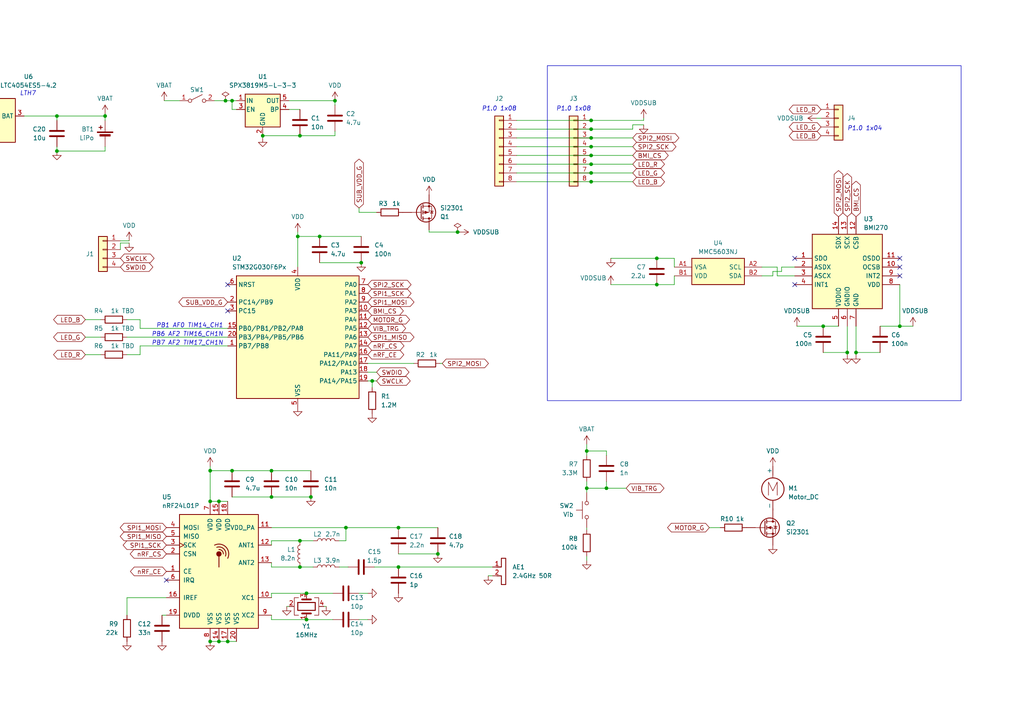
<source format=kicad_sch>
(kicad_sch (version 20230121) (generator eeschema)
  (paper "A4")
  (junction (at 238.76 94.615))
  (junction (at 132.715 67.31))
  (junction (at 97.155 29.21))
  (junction (at 78.74 144.145))
  (junction (at 107.95 110.49))
  (junction (at 171.45 50.165))
  (junction (at 63.5 145.415))
  (junction (at 171.45 47.625))
  (junction (at 88.9 172.085))
  (junction (at 86.36 68.58))
  (junction (at 86.995 164.465))
  (junction (at 190.5 82.55))
  (junction (at 115.57 164.465))
  (junction (at 30.48 33.655))
  (junction (at 60.96 136.525))
  (junction (at 171.45 42.545))
  (junction (at 248.285 102.235))
  (junction (at 171.45 52.705))
  (junction (at -48.895 12.065))
  (junction (at 104.775 76.2))
  (junction (at 63.5 186.055))
  (junction (at 92.71 68.58))
  (junction (at 90.17 144.145))
  (junction (at 86.995 156.845))
  (junction (at -29.21 -13.335))
  (junction (at 66.04 186.055))
  (junction (at 260.985 94.615))
  (junction (at 65.405 29.21))
  (junction (at 170.18 130.81))
  (junction (at 16.51 33.655))
  (junction (at 190.5 74.93))
  (junction (at 88.9 179.705))
  (junction (at -36.195 27.305))
  (junction (at 86.995 39.37))
  (junction (at 76.2 39.37))
  (junction (at 60.96 186.055))
  (junction (at 78.74 136.525))
  (junction (at 175.895 141.605))
  (junction (at 67.31 29.21))
  (junction (at 60.96 145.415))
  (junction (at 171.45 37.465))
  (junction (at 245.745 102.235))
  (junction (at 100.33 153.035))
  (junction (at 67.31 136.525))
  (junction (at 171.45 34.925))
  (junction (at 127 160.655))
  (junction (at 171.45 40.005))
  (junction (at 171.45 45.085))
  (junction (at 115.57 153.035))
  (junction (at 16.51 43.815))
  (junction (at 170.18 141.605))
  (no_connect (at 230.505 74.93))
  (no_connect (at 260.985 77.47))
  (no_connect (at -56.515 12.065))
  (no_connect (at 48.26 168.275))
  (no_connect (at 260.985 80.01))
  (no_connect (at 66.04 90.17))
  (no_connect (at 230.505 82.55))
  (no_connect (at 260.985 74.93))
  (no_connect (at 66.04 82.55))
  (wire (pts (xy 24.765 92.71) (xy 29.21 92.71)))
  (wire (pts (xy 86.36 68.58) (xy 86.36 77.47)))
  (wire (pts (xy 248.285 102.235) (xy 248.285 102.87)))
  (wire (pts (xy 46.99 178.435) (xy 48.26 178.435)))
  (wire (pts (xy 220.98 77.47) (xy 225.425 77.47)))
  (wire (pts (xy 86.995 156.845) (xy 90.805 156.845)))
  (wire (pts (xy 195.58 80.01) (xy 195.58 82.55)))
  (wire (pts (xy 175.895 132.08) (xy 175.895 130.81)))
  (wire (pts (xy 106.68 172.085) (xy 104.14 172.085)))
  (wire (pts (xy 205.74 153.035) (xy 208.915 153.035)))
  (wire (pts (xy -36.195 27.305) (xy -36.195 30.48)))
  (wire (pts (xy 171.45 37.465) (xy 183.515 37.465)))
  (wire (pts (xy 175.895 130.81) (xy 170.18 130.81)))
  (wire (pts (xy -23.495 27.305) (xy -24.765 27.305)))
  (wire (pts (xy 195.58 82.55) (xy 190.5 82.55)))
  (wire (pts (xy 115.57 160.655) (xy 127 160.655)))
  (wire (pts (xy 226.695 78.74) (xy 224.155 78.74)))
  (wire (pts (xy 30.48 43.815) (xy 16.51 43.815)))
  (wire (pts (xy -15.875 27.305) (xy -13.335 27.305)))
  (wire (pts (xy 124.46 66.675) (xy 124.46 67.31)))
  (wire (pts (xy 141.605 167.005) (xy 142.875 167.005)))
  (wire (pts (xy 67.31 136.525) (xy 78.74 136.525)))
  (wire (pts (xy 98.425 164.465) (xy 100.965 164.465)))
  (wire (pts (xy 171.45 47.625) (xy 183.515 47.625)))
  (wire (pts (xy 66.04 186.055) (xy 68.58 186.055)))
  (wire (pts (xy 226.695 77.47) (xy 226.695 78.74)))
  (wire (pts (xy 190.5 74.93) (xy 195.58 74.93)))
  (wire (pts (xy 245.745 94.615) (xy 245.745 102.235)))
  (wire (pts (xy 60.96 135.255) (xy 60.96 136.525)))
  (wire (pts (xy 177.165 74.93) (xy 190.5 74.93)))
  (wire (pts (xy 47.625 29.21) (xy 52.07 29.21)))
  (wire (pts (xy 97.155 39.37) (xy 86.995 39.37)))
  (wire (pts (xy -18.415 -0.635) (xy -18.415 2.54)))
  (wire (pts (xy 248.285 102.235) (xy 255.27 102.235)))
  (wire (pts (xy 78.74 164.465) (xy 78.74 163.195)))
  (wire (pts (xy 40.64 102.87) (xy 36.83 102.87)))
  (wire (pts (xy 104.14 60.325) (xy 104.14 61.595)))
  (wire (pts (xy 63.5 186.055) (xy 66.04 186.055)))
  (wire (pts (xy 60.96 136.525) (xy 60.96 145.415)))
  (wire (pts (xy 107.95 110.49) (xy 106.68 110.49)))
  (wire (pts (xy -33.655 -13.335) (xy -29.21 -13.335)))
  (wire (pts (xy 183.515 36.195) (xy 186.69 36.195)))
  (wire (pts (xy -29.21 -12.065) (xy -29.21 -13.335)))
  (wire (pts (xy 149.86 34.925) (xy 171.45 34.925)))
  (wire (pts (xy 37.465 69.85) (xy 34.925 69.85)))
  (wire (pts (xy 171.45 34.925) (xy 186.69 34.925)))
  (wire (pts (xy -48.895 12.065) (xy -46.99 12.065)))
  (wire (pts (xy 83.185 175.895) (xy 83.82 175.895)))
  (wire (pts (xy 238.76 102.235) (xy 245.745 102.235)))
  (wire (pts (xy 78.74 156.845) (xy 86.995 156.845)))
  (wire (pts (xy 171.45 42.545) (xy 183.515 42.545)))
  (wire (pts (xy -36.195 26.035) (xy -36.195 27.305)))
  (wire (pts (xy 104.14 61.595) (xy 109.22 61.595)))
  (wire (pts (xy 92.71 68.58) (xy 104.775 68.58)))
  (wire (pts (xy 24.765 97.79) (xy 29.21 97.79)))
  (wire (pts (xy 62.23 29.21) (xy 65.405 29.21)))
  (wire (pts (xy 231.14 94.615) (xy 238.76 94.615)))
  (wire (pts (xy -13.335 27.305) (xy -13.335 33.655)))
  (wire (pts (xy 66.04 95.25) (xy 40.64 95.25)))
  (wire (pts (xy 100.33 153.035) (xy 115.57 153.035)))
  (wire (pts (xy 236.855 34.29) (xy 238.125 34.29)))
  (wire (pts (xy 195.58 74.93) (xy 195.58 77.47)))
  (wire (pts (xy 108.585 164.465) (xy 115.57 164.465)))
  (wire (pts (xy 86.36 68.58) (xy 92.71 68.58)))
  (wire (pts (xy 225.425 80.01) (xy 230.505 80.01)))
  (wire (pts (xy 36.83 97.79) (xy 66.04 97.79)))
  (wire (pts (xy 30.48 33.655) (xy 30.48 33.02)))
  (wire (pts (xy 86.995 164.465) (xy 78.74 164.465)))
  (wire (pts (xy -18.415 10.16) (xy -18.415 11.43)))
  (wire (pts (xy -33.655 -0.635) (xy -18.415 -0.635)))
  (wire (pts (xy 34.925 72.39) (xy 34.925 70.485)))
  (wire (pts (xy 36.83 173.355) (xy 36.83 178.435)))
  (wire (pts (xy -27.94 1.905) (xy -27.94 2.54)))
  (wire (pts (xy 149.86 45.085) (xy 171.45 45.085)))
  (wire (pts (xy 40.64 100.33) (xy 40.64 102.87)))
  (wire (pts (xy 78.74 172.085) (xy 88.9 172.085)))
  (wire (pts (xy 30.48 33.655) (xy 30.48 34.925)))
  (wire (pts (xy 78.74 179.705) (xy 78.74 178.435)))
  (wire (pts (xy 186.69 34.925) (xy 186.69 34.29)))
  (wire (pts (xy 76.2 39.37) (xy 86.995 39.37)))
  (wire (pts (xy 115.57 153.035) (xy 127 153.035)))
  (wire (pts (xy 40.64 92.71) (xy 36.83 92.71)))
  (wire (pts (xy -36.195 27.305) (xy -32.385 27.305)))
  (wire (pts (xy 225.425 77.47) (xy 225.425 80.01)))
  (wire (pts (xy 60.96 145.415) (xy 63.5 145.415)))
  (wire (pts (xy 67.31 29.21) (xy 68.58 29.21)))
  (wire (pts (xy 175.895 141.605) (xy 170.18 141.605)))
  (wire (pts (xy 86.995 164.465) (xy 90.805 164.465)))
  (wire (pts (xy 171.45 45.085) (xy 183.515 45.085)))
  (wire (pts (xy 97.155 29.21) (xy 97.155 30.48)))
  (wire (pts (xy 170.18 153.035) (xy 170.18 153.67)))
  (wire (pts (xy 149.86 52.705) (xy 171.45 52.705)))
  (wire (pts (xy -36.195 43.815) (xy -36.195 38.1)))
  (wire (pts (xy 149.86 42.545) (xy 171.45 42.545)))
  (wire (pts (xy 76.2 40.005) (xy 76.2 39.37)))
  (wire (pts (xy -17.78 36.195) (xy -13.335 36.195)))
  (wire (pts (xy 60.96 186.055) (xy 63.5 186.055)))
  (wire (pts (xy 48.26 173.355) (xy 36.83 173.355)))
  (wire (pts (xy 127.635 105.41) (xy 128.27 105.41)))
  (wire (pts (xy 115.57 164.465) (xy 142.875 164.465)))
  (wire (pts (xy 68.58 31.75) (xy 67.31 31.75)))
  (wire (pts (xy 78.74 153.035) (xy 100.33 153.035)))
  (wire (pts (xy 260.985 94.615) (xy 264.795 94.615)))
  (wire (pts (xy 40.64 95.25) (xy 40.64 92.71)))
  (wire (pts (xy 255.27 94.615) (xy 260.985 94.615)))
  (wire (pts (xy 92.71 76.2) (xy 104.775 76.2)))
  (wire (pts (xy 60.96 136.525) (xy 67.31 136.525)))
  (wire (pts (xy 171.45 52.705) (xy 183.515 52.705)))
  (wire (pts (xy 171.45 40.005) (xy 183.515 40.005)))
  (wire (pts (xy 78.74 173.355) (xy 78.74 172.085)))
  (wire (pts (xy 30.48 42.545) (xy 30.48 43.815)))
  (wire (pts (xy 149.86 40.005) (xy 171.45 40.005)))
  (wire (pts (xy 170.18 141.605) (xy 170.18 142.875)))
  (wire (pts (xy 109.22 107.95) (xy 106.68 107.95)))
  (wire (pts (xy 16.51 33.655) (xy 30.48 33.655)))
  (wire (pts (xy 78.74 158.115) (xy 78.74 156.845)))
  (wire (pts (xy 100.33 156.845) (xy 98.425 156.845)))
  (wire (pts (xy 24.765 102.87) (xy 29.21 102.87)))
  (wire (pts (xy 177.165 82.55) (xy 190.5 82.55)))
  (wire (pts (xy 149.86 50.165) (xy 171.45 50.165)))
  (wire (pts (xy -33.655 1.905) (xy -27.94 1.905)))
  (wire (pts (xy 175.895 139.7) (xy 175.895 141.605)))
  (wire (pts (xy 248.285 94.615) (xy 248.285 102.235)))
  (wire (pts (xy 132.715 67.31) (xy 133.35 67.31)))
  (wire (pts (xy 149.86 47.625) (xy 171.45 47.625)))
  (wire (pts (xy 63.5 145.415) (xy 66.04 145.415)))
  (wire (pts (xy 67.31 29.21) (xy 67.31 31.75)))
  (wire (pts (xy 124.46 67.31) (xy 132.715 67.31)))
  (wire (pts (xy 183.515 37.465) (xy 183.515 36.195)))
  (wire (pts (xy -27.94 10.16) (xy -27.94 11.43)))
  (wire (pts (xy 260.985 94.615) (xy 260.985 82.55)))
  (wire (pts (xy 109.22 110.49) (xy 107.95 110.49)))
  (wire (pts (xy 6.985 33.655) (xy 16.51 33.655)))
  (wire (pts (xy 88.9 179.705) (xy 96.52 179.705)))
  (wire (pts (xy 88.9 179.705) (xy 78.74 179.705)))
  (wire (pts (xy 66.04 100.33) (xy 40.64 100.33)))
  (wire (pts (xy 83.82 31.75) (xy 86.995 31.75)))
  (wire (pts (xy 65.405 29.21) (xy 67.31 29.21)))
  (wire (pts (xy 67.31 144.145) (xy 78.74 144.145)))
  (wire (pts (xy 107.95 110.49) (xy 107.95 112.395)))
  (wire (pts (xy 78.74 144.145) (xy 90.17 144.145)))
  (wire (pts (xy 149.86 37.465) (xy 171.45 37.465)))
  (wire (pts (xy -25.4 -13.335) (xy -29.21 -13.335)))
  (wire (pts (xy 170.18 139.7) (xy 170.18 141.605)))
  (wire (pts (xy 88.9 172.085) (xy 96.52 172.085)))
  (wire (pts (xy 220.98 80.01) (xy 224.155 80.01)))
  (wire (pts (xy 245.745 102.235) (xy 245.745 102.87)))
  (wire (pts (xy 100.33 153.035) (xy 100.33 156.845)))
  (wire (pts (xy 224.155 78.74) (xy 224.155 80.01)))
  (wire (pts (xy 170.18 130.81) (xy 170.18 132.08)))
  (wire (pts (xy 106.68 179.705) (xy 104.14 179.705)))
  (wire (pts (xy -29.21 -13.97) (xy -29.21 -13.335)))
  (wire (pts (xy 238.76 94.615) (xy 243.205 94.615)))
  (wire (pts (xy 34.925 70.485) (xy 37.465 70.485)))
  (wire (pts (xy 78.74 136.525) (xy 90.17 136.525)))
  (wire (pts (xy 83.82 29.21) (xy 97.155 29.21)))
  (wire (pts (xy 226.695 77.47) (xy 230.505 77.47)))
  (wire (pts (xy 93.98 175.895) (xy 94.615 175.895)))
  (wire (pts (xy 170.18 161.29) (xy 170.18 162.56)))
  (wire (pts (xy 175.895 141.605) (xy 181.61 141.605)))
  (wire (pts (xy 171.45 50.165) (xy 183.515 50.165)))
  (wire (pts (xy 86.36 67.31) (xy 86.36 68.58)))
  (wire (pts (xy 106.68 105.41) (xy 120.015 105.41)))
  (wire (pts (xy 16.51 34.925) (xy 16.51 33.655)))
  (wire (pts (xy 170.18 128.905) (xy 170.18 130.81)))
  (wire (pts (xy 97.155 38.1) (xy 97.155 39.37)))
  (wire (pts (xy 16.51 43.815) (xy 16.51 42.545)))
  (rectangle (start 158.75 19.05) (end 278.765 116.205))
  (text "PB1 AF0 TIM14_CH1" (at 64.77 95.25 0) (effects (font (size 1.27 1.27) italic) (justify right bottom)))
  (text "LTH7" (at 5.715 27.94 0) (effects (font (size 1.27 1.27) italic) (justify left bottom)))
  (text "P1.0 1x08" (at 139.7 32.385 0) (effects (font (size 1.27 1.27) italic) (justify left bottom)))
  (text "P1.0 1x08" (at 161.29 32.385 0) (effects (font (size 1.27 1.27) italic) (justify left bottom)))
  (text "PB6 AF2 TIM16_CH1N" (at 64.77 97.79 0) (effects (font (size 1.27 1.27) italic) (justify right bottom)))
  (text "P1.0 1x04" (at 245.745 38.1 0) (effects (font (size 1.27 1.27) italic) (justify left bottom)))
  (text "PB7 AF2 TIM17_CH1N" (at 64.77 100.33 0) (effects (font (size 1.27 1.27) italic) (justify right bottom)))
  (global_label "LED_R" (shape bidirectional) (at 238.125 31.75 180) (property "Intersheetrefs" "${INTERSHEET_REFS}" (effects hide)))
  (global_label "SPI1_SCK" (shape bidirectional) (at 106.68 85.09 0) (property "Intersheetrefs" "${INTERSHEET_REFS}" (effects hide)))
  (global_label "LED_B" (shape bidirectional) (at 24.765 92.71 180) (property "Intersheetrefs" "${INTERSHEET_REFS}" (effects hide)))
  (global_label "nRF_CS" (shape bidirectional) (at 106.68 100.33 0) (property "Intersheetrefs" "${INTERSHEET_REFS}" (effects hide)))
  (global_label "SPI1_MISO" (shape bidirectional) (at 106.68 97.79 0) (property "Intersheetrefs" "${INTERSHEET_REFS}" (effects hide)))
  (global_label "BMI_CS" (shape bidirectional) (at 248.285 62.865 90) (property "Intersheetrefs" "${INTERSHEET_REFS}" (effects hide)))
  (global_label "LED_G" (shape bidirectional) (at 24.765 97.79 180) (property "Intersheetrefs" "${INTERSHEET_REFS}" (effects hide)))
  (global_label "LED_G" (shape bidirectional) (at 238.125 36.83 180) (property "Intersheetrefs" "${INTERSHEET_REFS}" (effects hide)))
  (global_label "LED_B" (shape bidirectional) (at 183.515 52.705 0) (property "Intersheetrefs" "${INTERSHEET_REFS}" (effects hide)))
  (global_label "VIB_TRG" (shape bidirectional) (at 106.68 95.25 0) (property "Intersheetrefs" "${INTERSHEET_REFS}" (effects hide)))
  (global_label "nRF_CE" (shape bidirectional) (at 106.68 102.87 0) (property "Intersheetrefs" "${INTERSHEET_REFS}" (effects hide)))
  (global_label "SPI2_SCK" (shape bidirectional) (at 183.515 42.545 0) (property "Intersheetrefs" "${INTERSHEET_REFS}" (effects hide)))
  (global_label "MOTOR_G" (shape bidirectional) (at 205.74 153.035 180) (property "Intersheetrefs" "${INTERSHEET_REFS}" (effects hide)))
  (global_label "LED_R" (shape bidirectional) (at 24.765 102.87 180) (property "Intersheetrefs" "${INTERSHEET_REFS}" (effects hide)))
  (global_label "LED_B" (shape bidirectional) (at 238.125 39.37 180) (property "Intersheetrefs" "${INTERSHEET_REFS}" (effects hide)))
  (global_label "nRF_CE" (shape bidirectional) (at 48.26 165.735 180) (property "Intersheetrefs" "${INTERSHEET_REFS}" (effects hide)))
  (global_label "SPI1_MISO" (shape bidirectional) (at 48.26 155.575 180) (property "Intersheetrefs" "${INTERSHEET_REFS}" (effects hide)))
  (global_label "BMI_CS" (shape bidirectional) (at 183.515 45.085 0) (property "Intersheetrefs" "${INTERSHEET_REFS}" (effects hide)))
  (global_label "MOTOR_G" (shape bidirectional) (at 106.68 92.71 0) (property "Intersheetrefs" "${INTERSHEET_REFS}" (effects hide)))
  (global_label "SUB_VDD_G" (shape bidirectional) (at 66.04 87.63 180) (property "Intersheetrefs" "${INTERSHEET_REFS}" (effects hide)))
  (global_label "SWCLK" (shape bidirectional) (at 34.925 74.93 0) (property "Intersheetrefs" "${INTERSHEET_REFS}" (effects hide)))
  (global_label "SPI1_MOSI" (shape bidirectional) (at 106.68 87.63 0) (property "Intersheetrefs" "${INTERSHEET_REFS}" (effects hide)))
  (global_label "SPI2_SCK" (shape bidirectional) (at 245.745 62.865 90) (property "Intersheetrefs" "${INTERSHEET_REFS}" (effects hide)))
  (global_label "SPI2_MOSI" (shape bidirectional) (at 128.27 105.41 0) (property "Intersheetrefs" "${INTERSHEET_REFS}" (effects hide)))
  (global_label "nRF_CS" (shape bidirectional) (at 48.26 160.655 180) (property "Intersheetrefs" "${INTERSHEET_REFS}" (effects hide)))
  (global_label "BMI_CS" (shape bidirectional) (at 106.68 90.17 0) (property "Intersheetrefs" "${INTERSHEET_REFS}" (effects hide)))
  (global_label "SPI1_MOSI" (shape bidirectional) (at 48.26 153.035 180) (property "Intersheetrefs" "${INTERSHEET_REFS}" (effects hide)))
  (global_label "LED_R" (shape bidirectional) (at 183.515 47.625 0) (property "Intersheetrefs" "${INTERSHEET_REFS}" (effects hide)))
  (global_label "SPI2_MOSI" (shape bidirectional) (at 183.515 40.005 0) (property "Intersheetrefs" "${INTERSHEET_REFS}" (effects hide)))
  (global_label "LED_G" (shape bidirectional) (at 183.515 50.165 0) (property "Intersheetrefs" "${INTERSHEET_REFS}" (effects hide)))
  (global_label "SPI1_SCK" (shape bidirectional) (at 48.26 158.115 180) (property "Intersheetrefs" "${INTERSHEET_REFS}" (effects hide)))
  (global_label "SWDIO" (shape bidirectional) (at 109.22 107.95 0) (property "Intersheetrefs" "${INTERSHEET_REFS}" (effects hide)))
  (global_label "SUB_VDD_G" (shape bidirectional) (at 104.14 60.325 90) (property "Intersheetrefs" "${INTERSHEET_REFS}" (effects hide)))
  (global_label "SPI2_MOSI" (shape bidirectional) (at 243.205 62.865 90) (property "Intersheetrefs" "${INTERSHEET_REFS}" (effects hide)))
  (global_label "VIB_TRG" (shape bidirectional) (at 181.61 141.605 0) (property "Intersheetrefs" "${INTERSHEET_REFS}" (effects hide)))
  (global_label "SWDIO" (shape bidirectional) (at 34.925 77.47 0) (property "Intersheetrefs" "${INTERSHEET_REFS}" (effects hide)))
  (global_label "SWCLK" (shape bidirectional) (at 109.22 110.49 0) (property "Intersheetrefs" "${INTERSHEET_REFS}" (effects hide)))
  (global_label "SPI2_SCK" (shape bidirectional) (at 106.68 82.55 0) (property "Intersheetrefs" "${INTERSHEET_REFS}" (effects hide)))
  (symbol (lib_id "Connector_Generic:Conn_01x04") (at 243.205 34.29 0) (unit 1)
    (property "Reference" "J4" (at 245.745 34.29 0) (effects (justify left)))
    (property "Value" "Conn_01x04" (effects hide))
    (property "Footprint" "Connector_PinHeader_1.00mm:PinHeader_1x04_P1.00mm_Vertical" (effects hide))
  )
  (symbol (lib_id "Wand_symbols:MMC5603NJ") (at 195.58 77.47 0) (unit 1)
    (property "Reference" "U4" (at 208.28 70.485 0))
    (property "Value" "MMC5603NJ" (at 208.28 73.025 0))
    (property "Footprint" "Package_BGA:WLP-4_0.86x0.86mm_P0.4mm" (effects hide))
    (property "Datasheet" "https://www.mouser.de/datasheet/2/821/Memsic_09102019_MMC5603NJ_Datasheet_Rev.B-1635324.pdf" (effects hide))
    (property "Description" "Magnetic Sensors SMD RoHS" (effects hide))
    (property "Height" "0.6" (effects hide))
    (property "Manufacturer_Name" "MEMSIC" (effects hide))
    (property "Manufacturer_Part_Number" "MMC5603NJ" (effects hide))
    (property "Mouser Part Number" "438-MMC5603NJ" (effects hide))
    (property "Mouser Price/Stock" "https://www.mouser.co.uk/ProductDetail/MEMSIC/MMC5603NJ?qs=B6kkDfuK7%2FDOubZFFHvcXw%3D%3D" (effects hide))
    (property "Arrow Part Number" "MMC5603NJ" (effects hide))
    (property "Arrow Price/Stock" "https://www.arrow.com/en/products/mmc5603nj/memsic?region=nac" (effects hide))
  )
  (symbol (lib_id "Device:C") (at 90.17 140.335 0) (unit 1)
    (property "Reference" "C11" (at 93.98 139.065 0) (effects (justify left)))
    (property "Value" "10n" (at 93.98 141.605 0) (effects (justify left)))
    (property "Footprint" "Capacitor_SMD:C_0402_1005Metric" (effects hide))
  )
  (symbol (lib_id "power:GND") (at -27.94 11.43 0) (mirror y) (unit 1)
    (property "Reference" "#PWR043" (effects hide))
    (property "Value" "GND" (effects hide))
  )
  (symbol (lib_id "power:GND") (at 245.745 102.87 0) (unit 1)
    (property "Reference" "#PWR020" (effects hide))
    (property "Value" "GND" (effects hide))
  )
  (symbol (lib_id "power:GND") (at 107.95 120.015 0) (unit 1)
    (property "Reference" "#PWR08" (effects hide))
    (property "Value" "GND" (effects hide))
  )
  (symbol (lib_id "Device:C") (at 100.33 179.705 90) (unit 1)
    (property "Reference" "C14" (at 103.505 180.975 90))
    (property "Value" "10p" (at 103.505 183.515 90))
    (property "Footprint" "Capacitor_SMD:C_0402_1005Metric" (effects hide))
  )
  (symbol (lib_id "Device:R") (at 33.02 97.79 90) (unit 1)
    (property "Reference" "R5" (at 28.575 95.25 90))
    (property "Value" "1k TBD" (at 35.56 95.25 90))
    (property "Footprint" "Resistor_SMD:R_0603_1608Metric" (effects hide))
  )
  (symbol (lib_id "Device:C") (at 100.33 172.085 90) (unit 1)
    (property "Reference" "C13" (at 103.505 173.355 90))
    (property "Value" "10p" (at 103.505 175.895 90))
    (property "Footprint" "Capacitor_SMD:C_0402_1005Metric" (effects hide))
  )
  (symbol (lib_id "Device:R") (at 113.03 61.595 90) (unit 1)
    (property "Reference" "R3" (at 111.125 59.055 90))
    (property "Value" "1k" (at 114.935 59.055 90))
    (property "Footprint" "Resistor_SMD:R_0603_1608Metric" (effects hide))
  )
  (symbol (lib_id "Device:C") (at 255.27 98.425 0) (unit 1)
    (property "Reference" "C6" (at 258.445 97.155 0) (effects (justify left)))
    (property "Value" "100n" (at 258.445 99.695 0) (effects (justify left)))
    (property "Footprint" "Capacitor_SMD:C_0402_1005Metric" (effects hide))
  )
  (symbol (lib_id "power:GND") (at -48.895 12.065 0) (mirror y) (unit 1)
    (property "Reference" "#PWR040" (effects hide))
    (property "Value" "GND" (effects hide))
  )
  (symbol (lib_id "power:GND") (at 83.185 175.895 0) (unit 1)
    (property "Reference" "#PWR025" (effects hide))
    (property "Value" "GND" (effects hide))
  )
  (symbol (lib_id "power:VDD") (at 37.465 69.85 0) (unit 1)
    (property "Reference" "#PWR03" (effects hide))
    (property "Value" "VDD" (at 37.465 65.405 0))
  )
  (symbol (lib_id "power:GND") (at 177.165 74.93 0) (unit 1)
    (property "Reference" "#PWR011" (effects hide))
    (property "Value" "GND" (effects hide))
  )
  (symbol (lib_id "Device:C") (at 104.775 72.39 0) (unit 1)
    (property "Reference" "C4" (at 108.585 71.12 0) (effects (justify left)))
    (property "Value" "100n" (at 108.585 73.66 0) (effects (justify left)))
    (property "Footprint" "Capacitor_SMD:C_0603_1608Metric" (effects hide))
  )
  (symbol (lib_id "power:GND") (at -29.21 -4.445 0) (mirror y) (unit 1)
    (property "Reference" "#PWR042" (effects hide))
    (property "Value" "GND" (effects hide))
  )
  (symbol (lib_id "Device:R") (at 170.18 157.48 180) (unit 1)
    (property "Reference" "R8" (at 167.64 156.21 0) (effects (justify left)))
    (property "Value" "100k" (at 167.64 158.75 0) (effects (justify left)))
    (property "Footprint" "Resistor_SMD:R_0603_1608Metric" (effects hide))
  )
  (symbol (lib_id "Wand_symbols:VDDSUB") (at 231.14 94.615 0) (unit 1)
    (property "Reference" "#PWR014" (effects hide))
    (property "Value" "VDDSUB" (at 231.14 90.17 0))
  )
  (symbol (lib_id "Regulator_Linear:SPX3819M5-L-3-3") (at 76.2 31.75 0) (unit 1)
    (property "Reference" "U1" (at 76.2 22.225 0))
    (property "Value" "SPX3819M5-L-3-3" (at 76.2 24.765 0))
    (property "Footprint" "Package_TO_SOT_SMD:SOT-23-5" (effects hide))
    (property "Datasheet" "https://www.exar.com/content/document.ashx?id=22106&languageid=1033&type=Datasheet&partnumber=SPX3819&filename=SPX3819.pdf&part=SPX3819" (effects hide))
  )
  (symbol (lib_id "Wand_symbols:VDDSUB") (at 264.795 94.615 0) (unit 1)
    (property "Reference" "#PWR010" (effects hide))
    (property "Value" "VDDSUB" (at 265.43 90.17 0))
  )
  (symbol (lib_id "power:GND") (at 46.99 186.055 0) (unit 1)
    (property "Reference" "#PWR017" (effects hide))
    (property "Value" "GND" (effects hide))
  )
  (symbol (lib_id "Switch:SW_SPST") (at 57.15 29.21 0) (unit 1)
    (property "Reference" "SW1" (at 57.15 26.035 0))
    (property "Value" "SW_SPST" (effects hide))
    (property "Footprint" "Wand_footprints:SPST_1x01_P2.54" (effects hide))
  )
  (symbol (lib_id "RF:nRF24L01P") (at 63.5 165.735 0) (unit 1)
    (property "Reference" "U5" (at 46.99 144.145 0) (effects (justify left)))
    (property "Value" "nRF24L01P" (at 46.99 146.685 0) (effects (justify left)))
    (property "Footprint" "Wand_footprints:QFN-20-P0.5" (effects hide))
    (property "Datasheet" "http://www.nordicsemi.com/eng/content/download/2726/34069/file/nRF24L01P_Product_Specification_1_0.pdf" (effects hide))
  )
  (symbol (lib_id "Device:LED") (at -19.685 27.305 180) (unit 1)
    (property "Reference" "D2" (at -18.415 20.955 0))
    (property "Value" "LED" (at -18.415 23.495 0))
    (property "Footprint" "LED_SMD:LED_0603_1608Metric" (effects hide))
  )
  (symbol (lib_id "Battery_Management:LTC4054ES5-4.2") (at -3.175 33.655 0) (unit 1)
    (property "Reference" "U6" (at 8.255 22.225 0))
    (property "Value" "LTC4054ES5-4.2" (at 8.255 24.765 0))
    (property "Footprint" "Package_TO_SOT_SMD:TSOT-23-5" (effects hide))
    (property "Datasheet" "https://www.analog.com/media/en/technical-documentation/data-sheets/405442xf.pdf" (effects hide))
  )
  (symbol (lib_id "power:GND") (at 170.18 162.56 0) (unit 1)
    (property "Reference" "#PWR035" (effects hide))
    (property "Value" "GND" (effects hide))
  )
  (symbol (lib_id "Device:R") (at -18.415 6.35 0) (unit 1)
    (property "Reference" "R12" (at -16.51 5.08 0) (effects (justify left)))
    (property "Value" "5.1k" (at -16.51 7.62 0) (effects (justify left)))
    (property "Footprint" "Resistor_SMD:R_0603_1608Metric" (effects hide))
  )
  (symbol (lib_id "Device:C") (at 97.155 34.29 0) (unit 1)
    (property "Reference" "C2" (at 100.33 33.02 0) (effects (justify left)))
    (property "Value" "4.7u" (at 100.33 35.56 0) (effects (justify left)))
    (property "Footprint" "Capacitor_SMD:C_0603_1608Metric" (effects hide))
  )
  (symbol (lib_id "power:GND") (at 36.83 186.055 0) (unit 1)
    (property "Reference" "#PWR016" (effects hide))
    (property "Value" "GND" (effects hide))
  )
  (symbol (lib_id "power:GND") (at 248.285 102.87 0) (unit 1)
    (property "Reference" "#PWR021" (effects hide))
    (property "Value" "GND" (effects hide))
  )
  (symbol (lib_id "power:VBUS") (at -3.175 26.035 0) (unit 1)
    (property "Reference" "#PWR045" (effects hide))
    (property "Value" "VBUS" (at -3.175 21.59 0))
  )
  (symbol (lib_id "power:PWR_FLAG") (at -25.4 -13.335 270) (unit 1)
    (property "Reference" "#FLG06" (effects hide))
    (property "Value" "PWR_FLAG" (effects hide))
  )
  (symbol (lib_id "Device:L") (at 94.615 156.845 90) (unit 1)
    (property "Reference" "L2" (at 92.075 154.94 90))
    (property "Value" "2.7n" (at 96.52 154.94 90))
    (property "Footprint" "Capacitor_SMD:C_0402_1005Metric" (effects hide))
  )
  (symbol (lib_id "Device:C") (at 104.775 164.465 90) (unit 1)
    (property "Reference" "C15" (at 108.585 160.02 90))
    (property "Value" "1.5p" (at 108.585 162.56 90))
    (property "Footprint" "Capacitor_SMD:C_0402_1005Metric" (effects hide))
  )
  (symbol (lib_id "Wand_symbols:VDDSUB") (at 177.165 82.55 0) (unit 1)
    (property "Reference" "#PWR012" (effects hide))
    (property "Value" "VDDSUB" (at 172.085 80.645 0))
  )
  (symbol (lib_id "Device:C") (at 92.71 72.39 0) (unit 1)
    (property "Reference" "C3" (at 95.885 71.12 0) (effects (justify left)))
    (property "Value" "4.7u" (at 95.885 73.66 0) (effects (justify left)))
    (property "Footprint" "Capacitor_SMD:C_0603_1608Metric" (effects hide))
  )
  (symbol (lib_id "Device:C") (at 115.57 168.275 0) (unit 1)
    (property "Reference" "C16" (at 118.745 167.005 0) (effects (justify left)))
    (property "Value" "1p" (at 118.745 169.545 0) (effects (justify left)))
    (property "Footprint" "Capacitor_SMD:C_0402_1005Metric" (effects hide))
  )
  (symbol (lib_id "Device:R") (at 33.02 102.87 90) (unit 1)
    (property "Reference" "R6" (at 28.575 100.33 90))
    (property "Value" "1k TBD" (at 35.56 100.33 90))
    (property "Footprint" "Resistor_SMD:R_0603_1608Metric" (effects hide))
  )
  (symbol (lib_id "Device:L") (at 94.615 164.465 90) (unit 1)
    (property "Reference" "L3" (at 92.075 162.56 90))
    (property "Value" "3.9n" (at 96.52 162.56 90))
    (property "Footprint" "Capacitor_SMD:C_0402_1005Metric" (effects hide))
  )
  (symbol (lib_id "Device:C") (at 67.31 140.335 0) (unit 1)
    (property "Reference" "C9" (at 71.12 139.065 0) (effects (justify left)))
    (property "Value" "4.7u" (at 71.12 141.605 0) (effects (justify left)))
    (property "Footprint" "Capacitor_SMD:C_0402_1005Metric" (effects hide))
  )
  (symbol (lib_id "Device:C") (at -36.195 34.29 0) (mirror y) (unit 1)
    (property "Reference" "C19" (at -39.37 33.02 0) (effects (justify left)))
    (property "Value" "4.7u" (at -39.37 35.56 0) (effects (justify left)))
    (property "Footprint" "Capacitor_SMD:C_0603_1608Metric" (effects hide))
  )
  (symbol (lib_id "power:VDD") (at 60.96 135.255 0) (unit 1)
    (property "Reference" "#PWR018" (effects hide))
    (property "Value" "VDD" (at 60.96 130.81 0))
  )
  (symbol (lib_id "power:PWR_FLAG") (at 132.715 67.31 0) (unit 1)
    (property "Reference" "#FLG04" (effects hide))
    (property "Value" "PWR_FLAG" (effects hide))
  )
  (symbol (lib_id "power:GND") (at -36.195 43.815 0) (unit 1)
    (property "Reference" "#PWR049" (effects hide))
    (property "Value" "GND" (effects hide))
  )
  (symbol (lib_id "power:VDD") (at 86.36 67.31 0) (unit 1)
    (property "Reference" "#PWR05" (effects hide))
    (property "Value" "VDD" (at 86.36 62.865 0))
  )
  (symbol (lib_id "power:GND") (at 115.57 172.085 0) (unit 1)
    (property "Reference" "#PWR030" (effects hide))
    (property "Value" "GND" (effects hide))
  )
  (symbol (lib_id "Device:R") (at -27.94 6.35 0) (unit 1)
    (property "Reference" "R11" (at -26.035 5.08 0) (effects (justify left)))
    (property "Value" "5.1k" (at -26.035 7.62 0) (effects (justify left)))
    (property "Footprint" "Resistor_SMD:R_0603_1608Metric" (effects hide))
  )
  (symbol (lib_id "Wand_symbols:VDDSUB") (at 186.69 34.29 0) (unit 1)
    (property "Reference" "#PWR023" (effects hide))
    (property "Value" "VDDSUB" (at 186.69 29.845 0))
  )
  (symbol (lib_id "power:GND") (at 106.68 172.085 90) (unit 1)
    (property "Reference" "#PWR028" (effects hide))
    (property "Value" "GND" (effects hide))
  )
  (symbol (lib_id "power:GND") (at 60.96 186.055 0) (unit 1)
    (property "Reference" "#PWR022" (effects hide))
    (property "Value" "GND" (effects hide))
  )
  (symbol (lib_id "power:GND") (at 16.51 43.815 0) (unit 1)
    (property "Reference" "#PWR048" (effects hide))
    (property "Value" "GND" (effects hide))
  )
  (symbol (lib_id "Device:R") (at 170.18 135.89 180) (unit 1)
    (property "Reference" "R7" (at 167.64 134.62 0) (effects (justify left)))
    (property "Value" "3.3M" (at 167.64 137.16 0) (effects (justify left)))
    (property "Footprint" "Resistor_SMD:R_0603_1608Metric" (effects hide))
  )
  (symbol (lib_id "Device:C") (at 16.51 38.735 0) (mirror y) (unit 1)
    (property "Reference" "C20" (at 13.335 37.465 0) (effects (justify left)))
    (property "Value" "10u" (at 13.335 40.005 0) (effects (justify left)))
    (property "Footprint" "Capacitor_SMD:C_0603_1608Metric" (effects hide))
  )
  (symbol (lib_id "power:VBUS") (at -36.195 26.035 0) (unit 1)
    (property "Reference" "#PWR047" (effects hide))
    (property "Value" "VBUS" (at -36.195 21.59 0))
  )
  (symbol (lib_id "Device:C") (at 115.57 156.845 0) (unit 1)
    (property "Reference" "C17" (at 118.745 155.575 0) (effects (justify left)))
    (property "Value" "2.2n" (at 118.745 158.115 0) (effects (justify left)))
    (property "Footprint" "Capacitor_SMD:C_0402_1005Metric" (effects hide))
  )
  (symbol (lib_id "Device:L") (at 86.995 160.655 0) (mirror y) (unit 1)
    (property "Reference" "L1" (at 85.725 159.385 0) (effects (justify left)))
    (property "Value" "8.2n" (at 85.725 161.925 0) (effects (justify left)))
    (property "Footprint" "Capacitor_SMD:C_0402_1005Metric" (effects hide))
  )
  (symbol (lib_id "MCU_ST_STM32G0:STM32G030F6Px") (at 86.36 97.79 0) (unit 1)
    (property "Reference" "U2" (at 67.31 74.93 0) (effects (justify left)))
    (property "Value" "STM32G030F6Px" (at 67.31 77.47 0) (effects (justify left)))
    (property "Footprint" "Package_SO:TSSOP-20_4.4x6.5mm_P0.65mm" (effects hide))
    (property "Datasheet" "https://www.st.com/resource/en/datasheet/stm32g030f6.pdf" (effects hide))
  )
  (symbol (lib_id "Device:R") (at 123.825 105.41 90) (unit 1)
    (property "Reference" "R2" (at 121.92 102.87 90))
    (property "Value" "1k" (at 125.73 102.87 90))
    (property "Footprint" "Resistor_SMD:R_0603_1608Metric" (effects hide))
  )
  (symbol (lib_id "Device:C") (at 190.5 78.74 0) (mirror y) (unit 1)
    (property "Reference" "C7" (at 187.325 77.47 0) (effects (justify left)))
    (property "Value" "2.2u" (at 187.325 80.01 0) (effects (justify left)))
    (property "Footprint" "Capacitor_SMD:C_0402_1005Metric" (effects hide))
  )
  (symbol (lib_id "Device:R") (at -17.78 40.005 0) (mirror y) (unit 1)
    (property "Reference" "R13" (at -19.685 38.735 0) (effects (justify left)))
    (property "Value" "2k" (at -19.685 41.275 0) (effects (justify left)))
    (property "Footprint" "Resistor_SMD:R_0603_1608Metric" (effects hide))
  )
  (symbol (lib_id "Device:Q_NMOS_GSD") (at 221.615 153.035 0) (unit 1)
    (property "Reference" "Q2" (at 227.965 151.765 0) (effects (justify left)))
    (property "Value" "Si2301" (at 227.965 154.305 0) (effects (justify left)))
    (property "Footprint" "Package_TO_SOT_SMD:SOT-23" (effects hide))
  )
  (symbol (lib_id "Connector:USB_C_Receptacle_PowerOnly_6P") (at -48.895 -5.715 0) (unit 1)
    (property "Reference" "J5" (at -48.895 -20.32 0))
    (property "Value" "USB_C_Receptacle_PowerOnly_6P" (effects hide))
    (property "Footprint" "Wand_footprints:USB_C_Receptacle" (effects hide))
    (property "Datasheet" "https://www.usb.org/sites/default/files/documents/usb_type-c.zip" (effects hide))
  )
  (symbol (lib_id "power:GND") (at 86.36 118.11 0) (unit 1)
    (property "Reference" "#PWR06" (effects hide))
    (property "Value" "GND" (effects hide))
  )
  (symbol (lib_id "Connector_Generic:Conn_01x04") (at 29.845 72.39 0) (mirror y) (unit 1)
    (property "Reference" "J1" (at 27.305 73.66 0) (effects (justify left)))
    (property "Value" "Conn_01x04" (effects hide))
    (property "Footprint" "Wand_footprints:TestPoints_1x04_P2.0" (effects hide))
  )
  (symbol (lib_id "power:GND") (at -17.78 43.815 0) (unit 1)
    (property "Reference" "#PWR046" (effects hide))
    (property "Value" "GND" (effects hide))
  )
  (symbol (lib_id "Wand_symbols:VDDSUB") (at 133.35 67.31 270) (unit 1)
    (property "Reference" "#PWR036" (effects hide))
    (property "Value" "VDDSUB" (at 137.16 67.31 90) (effects (justify left)))
  )
  (symbol (lib_id "Device:Antenna_Dipole") (at 147.955 164.465 270) (unit 1)
    (property "Reference" "AE1" (at 148.59 164.465 90) (effects (justify left)))
    (property "Value" "2.4GHz 50R" (at 148.59 167.005 90) (effects (justify left)))
    (property "Footprint" "Wand_footprints:ANT_IFA_USB_2.4GHz_50R" (effects hide))
  )
  (symbol (lib_id "Wand_symbols:VDDSUB") (at 236.855 34.29 90) (unit 1)
    (property "Reference" "#PWR01" (effects hide))
    (property "Value" "VDDSUB" (at 233.045 34.29 90) (effects (justify left)))
  )
  (symbol (lib_id "Device:C") (at 86.995 35.56 0) (unit 1)
    (property "Reference" "C1" (at 90.17 34.29 0) (effects (justify left)))
    (property "Value" "10n" (at 90.17 36.83 0) (effects (justify left)))
    (property "Footprint" "Capacitor_SMD:C_0603_1608Metric" (effects hide))
  )
  (symbol (lib_id "Device:C") (at 78.74 140.335 0) (unit 1)
    (property "Reference" "C10" (at 82.55 139.065 0) (effects (justify left)))
    (property "Value" "10n" (at 82.55 141.605 0) (effects (justify left)))
    (property "Footprint" "Capacitor_SMD:C_0402_1005Metric" (effects hide))
  )
  (symbol (lib_id "Diode:SMF5V0A") (at -29.21 -8.255 270) (unit 1)
    (property "Reference" "D1" (at -26.035 -9.525 90) (effects (justify left)))
    (property "Value" "SMBJ5.0A" (at -26.035 -6.985 90) (effects (justify left)))
    (property "Footprint" "Diode_SMD:D_SMB" (effects hide))
    (property "Datasheet" "https://www.vishay.com/doc?85881" (effects hide))
  )
  (symbol (lib_id "Wand_symbols:VBAT") (at 170.18 128.905 0) (unit 1)
    (property "Reference" "#PWR034" (effects hide))
    (property "Value" "VBAT" (at 170.18 124.46 0))
  )
  (symbol (lib_id "power:GND") (at 186.69 36.195 0) (unit 1)
    (property "Reference" "#PWR024" (effects hide))
    (property "Value" "GND" (effects hide))
  )
  (symbol (lib_id "Wand_symbols:VBAT") (at 30.48 33.02 0) (unit 1)
    (property "Reference" "#PWR039" (effects hide))
    (property "Value" "VBAT" (at 30.48 28.575 0))
  )
  (symbol (lib_id "Connector_Generic:Conn_01x08") (at 144.78 42.545 0) (mirror y) (unit 1)
    (property "Reference" "J2" (at 144.78 28.575 0))
    (property "Value" "Conn_01x08" (effects hide))
    (property "Footprint" "Connector_PinHeader_1.00mm:PinHeader_1x08_P1.00mm_Vertical" (effects hide))
  )
  (symbol (lib_id "power:GND") (at 76.2 40.005 0) (unit 1)
    (property "Reference" "#PWR09" (effects hide))
    (property "Value" "GND" (effects hide))
  )
  (symbol (lib_id "Device:Battery_Cell") (at 30.48 40.005 0) (mirror y) (unit 1)
    (property "Reference" "BT1" (at 27.305 37.465 0) (effects (justify left)))
    (property "Value" "LiPo" (at 27.305 40.005 0) (effects (justify left)))
    (property "Footprint" "Wand_footprints:Pads_1x02_P2.5" (effects hide))
  )
  (symbol (lib_id "Device:C") (at 238.76 98.425 0) (mirror y) (unit 1)
    (property "Reference" "C5" (at 235.585 97.155 0) (effects (justify left)))
    (property "Value" "100n" (at 235.585 99.695 0) (effects (justify left)))
    (property "Footprint" "Capacitor_SMD:C_0402_1005Metric" (effects hide))
  )
  (symbol (lib_id "power:GND") (at 94.615 175.895 0) (unit 1)
    (property "Reference" "#PWR027" (effects hide))
    (property "Value" "GND" (effects hide))
  )
  (symbol (lib_id "Device:R") (at -28.575 27.305 90) (unit 1)
    (property "Reference" "R14" (at -28.575 22.225 90))
    (property "Value" "6.8k" (at -28.575 24.765 90))
    (property "Footprint" "Resistor_SMD:R_0603_1608Metric" (effects hide))
  )
  (symbol (lib_id "power:GND") (at -3.175 43.815 0) (unit 1)
    (property "Reference" "#PWR038" (effects hide))
    (property "Value" "GND" (effects hide))
  )
  (symbol (lib_id "power:VDD") (at 97.155 29.21 0) (unit 1)
    (property "Reference" "#PWR02" (effects hide))
    (property "Value" "VDD" (at 97.155 24.765 0))
  )
  (symbol (lib_id "power:GND") (at 127 160.655 0) (unit 1)
    (property "Reference" "#PWR031" (effects hide))
    (property "Value" "GND" (effects hide))
  )
  (symbol (lib_id "Device:C") (at 175.895 135.89 0) (unit 1)
    (property "Reference" "C8" (at 179.705 134.62 0) (effects (justify left)))
    (property "Value" "1n" (at 179.705 137.16 0) (effects (justify left)))
    (property "Footprint" "Capacitor_SMD:C_0603_1608Metric" (effects hide))
  )
  (symbol (lib_id "power:GND") (at 104.775 76.2 0) (unit 1)
    (property "Reference" "#PWR07" (effects hide))
    (property "Value" "GND" (effects hide))
  )
  (symbol (lib_id "power:VDD") (at 224.155 135.255 0) (unit 1)
    (property "Reference" "#PWR032" (effects hide))
    (property "Value" "VDD" (at 224.155 130.81 0))
  )
  (symbol (lib_id "power:GND") (at 106.68 179.705 90) (unit 1)
    (property "Reference" "#PWR029" (effects hide))
    (property "Value" "GND" (effects hide))
  )
  (symbol (lib_id "Device:C") (at 46.99 182.245 0) (mirror y) (unit 1)
    (property "Reference" "C12" (at 43.815 180.975 0) (effects (justify left)))
    (property "Value" "33n" (at 43.815 183.515 0) (effects (justify left)))
    (property "Footprint" "Capacitor_SMD:C_0402_1005Metric" (effects hide))
  )
  (symbol (lib_id "power:VBUS") (at -29.21 -13.97 0) (unit 1)
    (property "Reference" "#PWR041" (effects hide))
    (property "Value" "VBUS" (at -29.21 -18.415 0))
  )
  (symbol (lib_id "Switch:SW_Push") (at 170.18 147.955 90) (unit 1)
    (property "Reference" "SW2" (at 166.37 146.685 90) (effects (justify left)))
    (property "Value" "Vib" (at 166.37 149.225 90) (effects (justify left)))
    (property "Footprint" "Wand_footprints:VibSwitch_JYX-1210-X160" (effects hide))
  )
  (symbol (lib_id "Device:R") (at 212.725 153.035 90) (unit 1)
    (property "Reference" "R10" (at 210.82 150.495 90))
    (property "Value" "1k" (at 214.63 150.495 90))
    (property "Footprint" "Resistor_SMD:R_0603_1608Metric" (effects hide))
  )
  (symbol (lib_id "power:GND") (at 90.17 144.145 0) (unit 1)
    (property "Reference" "#PWR026" (effects hide))
    (property "Value" "GND" (effects hide))
  )
  (symbol (lib_id "Device:Q_PMOS_GSD") (at 121.92 61.595 0) (mirror x) (unit 1)
    (property "Reference" "Q1" (at 127.635 62.865 0) (effects (justify left)))
    (property "Value" "Si2301" (at 127.635 60.325 0) (effects (justify left)))
    (property "Footprint" "Package_TO_SOT_SMD:SOT-23" (effects hide))
  )
  (symbol (lib_id "power:GND") (at 37.465 70.485 0) (unit 1)
    (property "Reference" "#PWR04" (effects hide))
    (property "Value" "GND" (effects hide))
  )
  (symbol (lib_id "power:GND") (at 141.605 167.005 0) (unit 1)
    (property "Reference" "#PWR015" (effects hide))
    (property "Value" "GND" (effects hide))
  )
  (symbol (lib_id "Device:R") (at 107.95 116.205 0) (unit 1)
    (property "Reference" "R1" (at 110.49 114.935 0) (effects (justify left)))
    (property "Value" "1.2M" (at 110.49 117.475 0) (effects (justify left)))
    (property "Footprint" "Resistor_SMD:R_0603_1608Metric" (effects hide))
  )
  (symbol (lib_id "power:GND") (at -18.415 11.43 0) (mirror y) (unit 1)
    (property "Reference" "#PWR044" (effects hide))
    (property "Value" "GND" (effects hide))
  )
  (symbol (lib_id "power:GND") (at 224.155 158.115 0) (unit 1)
    (property "Reference" "#PWR033" (effects hide))
    (property "Value" "GND" (effects hide))
  )
  (symbol (lib_id "Device:Crystal_GND24") (at 88.9 175.895 90) (unit 1)
    (property "Reference" "Y1" (at 88.9 181.61 90))
    (property "Value" "16MHz" (at 88.9 184.15 90))
    (property "Footprint" "Crystal:Crystal_SMD_2016-4Pin_2.0x1.6mm" (effects hide))
  )
  (symbol (lib_id "Device:C") (at 127 156.845 0) (unit 1)
    (property "Reference" "C18" (at 130.175 155.575 0) (effects (justify left)))
    (property "Value" "4.7p" (at 130.175 158.115 0) (effects (justify left)))
    (property "Footprint" "Capacitor_SMD:C_0402_1005Metric" (effects hide))
  )
  (symbol (lib_id "Connector_Generic:Conn_01x08") (at 166.37 42.545 0) (mirror y) (unit 1)
    (property "Reference" "J3" (at 166.37 28.575 0))
    (property "Value" "Conn_01x08" (effects hide))
    (property "Footprint" "Connector_PinHeader_1.00mm:PinHeader_1x08_P1.00mm_Vertical" (effects hide))
  )
  (symbol (lib_id "Motor:Motor_DC") (at 224.155 140.335 0) (unit 1)
    (property "Reference" "M1" (at 228.6 141.605 0) (effects (justify left)))
    (property "Value" "Motor_DC" (at 228.6 144.145 0) (effects (justify left)))
    (property "Footprint" "Wand_footprints:Pads_1x02_P2.5" (effects hide))
  )
  (symbol (lib_id "power:VDD") (at 124.46 56.515 0) (unit 1)
    (property "Reference" "#PWR037" (effects hide))
    (property "Value" "VDD" (at 124.46 52.07 0))
  )
  (symbol (lib_id "Device:R") (at 33.02 92.71 90) (unit 1)
    (property "Reference" "R4" (at 28.575 90.17 90))
    (property "Value" "1k TBD" (at 35.56 90.17 90))
    (property "Footprint" "Resistor_SMD:R_0603_1608Metric" (effects hide))
  )
  (symbol (lib_id "Wand_symbols:VBAT") (at 47.625 29.21 0) (unit 1)
    (property "Reference" "#PWR013" (effects hide))
    (property "Value" "VBAT" (at 47.625 24.765 0))
  )
  (symbol (lib_id "power:PWR_FLAG") (at 65.405 29.21 0) (unit 1)
    (property "Reference" "#FLG03" (effects hide))
    (property "Value" "PWR_FLAG" (effects hide))
  )
  (symbol (lib_id "Device:R") (at 36.83 182.245 0) (mirror y) (unit 1)
    (property "Reference" "R9" (at 34.29 180.975 0) (effects (justify left)))
    (property "Value" "22k" (at 34.29 183.515 0) (effects (justify left)))
    (property "Footprint" "Resistor_SMD:R_0603_1608Metric" (effects hide))
  )
  (symbol (lib_id "power:PWR_FLAG") (at -46.99 12.065 270) (unit 1)
    (property "Reference" "#FLG05" (effects hide))
    (property "Value" "PWR_FLAG" (effects hide))
  )
  (symbol (lib_id "Wand_symbols:BMI270") (at 230.505 74.93 0) (unit 1)
    (property "Reference" "U3" (at 250.4791 63.5 0) (effects (justify left)))
    (property "Value" "BMI270" (at 250.4791 66.04 0) (effects (justify left)))
    (property "Footprint" "Wand_footprints:QFN50P300X250X87-14N" (effects hide))
    (property "Datasheet" "https://www.mouser.de/datasheet/2/783/BST-BMI270-FL000-1530947.pdf" (effects hide))
    (property "Height" "0.87" (effects hide))
    (property "Manufacturer_Name" "BOSCH" (effects hide))
    (property "Manufacturer_Part_Number" "BMI270" (effects hide))
    (property "Mouser Part Number" "262-BMI270" (effects hide))
    (property "Mouser Price/Stock" "https://www.mouser.co.uk/ProductDetail/Bosch-Sensortec/BMI270?qs=u16ybLDytRYIj%252BjQEee88A%3D%3D" (effects hide))
    (property "Arrow Part Number" "BMI270" (effects hide))
    (property "Arrow Price/Stock" "https://www.arrow.com/en/products/bmi270/bosch?region=nac" (effects hide))
  )
)
</source>
